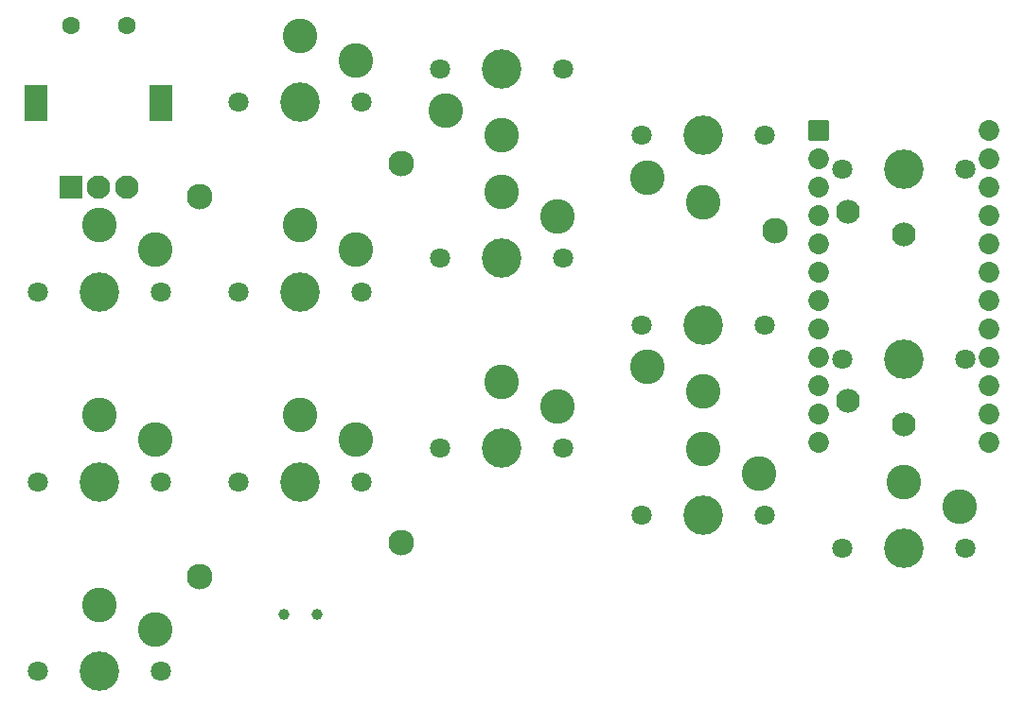
<source format=gbr>
%TF.GenerationSoftware,KiCad,Pcbnew,(7.0.0-0)*%
%TF.CreationDate,2023-06-08T17:12:38+08:00*%
%TF.ProjectId,left,6c656674-2e6b-4696-9361-645f70636258,v1.0.0*%
%TF.SameCoordinates,Original*%
%TF.FileFunction,Soldermask,Top*%
%TF.FilePolarity,Negative*%
%FSLAX46Y46*%
G04 Gerber Fmt 4.6, Leading zero omitted, Abs format (unit mm)*
G04 Created by KiCad (PCBNEW (7.0.0-0)) date 2023-06-08 17:12:38*
%MOMM*%
%LPD*%
G01*
G04 APERTURE LIST*
G04 Aperture macros list*
%AMRoundRect*
0 Rectangle with rounded corners*
0 $1 Rounding radius*
0 $2 $3 $4 $5 $6 $7 $8 $9 X,Y pos of 4 corners*
0 Add a 4 corners polygon primitive as box body*
4,1,4,$2,$3,$4,$5,$6,$7,$8,$9,$2,$3,0*
0 Add four circle primitives for the rounded corners*
1,1,$1+$1,$2,$3*
1,1,$1+$1,$4,$5*
1,1,$1+$1,$6,$7*
1,1,$1+$1,$8,$9*
0 Add four rect primitives between the rounded corners*
20,1,$1+$1,$2,$3,$4,$5,0*
20,1,$1+$1,$4,$5,$6,$7,0*
20,1,$1+$1,$6,$7,$8,$9,0*
20,1,$1+$1,$8,$9,$2,$3,0*%
G04 Aperture macros list end*
%ADD10C,3.529000*%
%ADD11C,1.801800*%
%ADD12C,2.132000*%
%ADD13RoundRect,0.050000X1.000000X-1.000000X1.000000X1.000000X-1.000000X1.000000X-1.000000X-1.000000X0*%
%ADD14C,2.100000*%
%ADD15C,1.600000*%
%ADD16RoundRect,0.050000X1.000000X-1.600000X1.000000X1.600000X-1.000000X1.600000X-1.000000X-1.600000X0*%
%ADD17C,1.000000*%
%ADD18RoundRect,0.050000X-0.876300X0.876300X-0.876300X-0.876300X0.876300X-0.876300X0.876300X0.876300X0*%
%ADD19C,1.852600*%
%ADD20C,2.300000*%
%ADD21C,3.100000*%
G04 APERTURE END LIST*
D10*
%TO.C,S1*%
X72000000Y45000000D03*
D11*
X77500000Y45000000D03*
X66500000Y45000000D03*
D12*
X67000000Y41200000D03*
X72000000Y39100000D03*
%TD*%
D10*
%TO.C,S2*%
X72000000Y28000000D03*
D11*
X77500000Y28000000D03*
X66500000Y28000000D03*
D12*
X67000000Y24200000D03*
X72000000Y22100000D03*
%TD*%
D13*
%TO.C,ROT1*%
X-2540000Y43380000D03*
D14*
X-40000Y43380000D03*
X2460000Y43380000D03*
D15*
X-2540000Y57880000D03*
X2460000Y57880000D03*
D16*
X-5640000Y50880000D03*
X5560000Y50880000D03*
%TD*%
D17*
%TO.C,SS1*%
X19500000Y5070000D03*
X16500000Y5070000D03*
%TD*%
D18*
%TO.C,MCU1*%
X64380000Y48470000D03*
D19*
X64380000Y45930000D03*
X64380000Y43390000D03*
X64380000Y40850000D03*
X64380000Y38310000D03*
X64380000Y35770000D03*
X64380000Y33230000D03*
X64380000Y30690000D03*
X64380000Y28150000D03*
X64380000Y25610000D03*
X64380000Y23070000D03*
X64380000Y20530000D03*
X79620000Y48470000D03*
X79620000Y45930000D03*
X79620000Y43390000D03*
X79620000Y40850000D03*
X79620000Y38310000D03*
X79620000Y35770000D03*
X79620000Y33230000D03*
X79620000Y30690000D03*
X79620000Y28150000D03*
X79620000Y25610000D03*
X79620000Y23070000D03*
X79620000Y20530000D03*
%TD*%
D20*
%TO.C,H1*%
X60500000Y39500000D03*
%TD*%
%TO.C,H2*%
X27000000Y45500000D03*
%TD*%
%TO.C,H3*%
X27000000Y11500000D03*
%TD*%
%TO.C,H4*%
X9000000Y42500000D03*
%TD*%
%TO.C,H5*%
X9000000Y8500000D03*
%TD*%
D10*
%TO.C,S3*%
X0Y34000000D03*
D11*
X-5500000Y34000000D03*
X5500000Y34000000D03*
D21*
X5000000Y37750000D03*
X0Y39950000D03*
%TD*%
D10*
%TO.C,S4*%
X0Y17000000D03*
D11*
X-5500000Y17000000D03*
X5500000Y17000000D03*
D21*
X5000000Y20750000D03*
X0Y22950000D03*
%TD*%
D10*
%TO.C,S5*%
X0Y0D03*
D11*
X-5500000Y0D03*
X5500000Y0D03*
D21*
X5000000Y3750000D03*
X0Y5950000D03*
%TD*%
D10*
%TO.C,S6*%
X18000000Y51000000D03*
D11*
X12500000Y51000000D03*
X23500000Y51000000D03*
D21*
X23000000Y54750000D03*
X18000000Y56950000D03*
%TD*%
D10*
%TO.C,S7*%
X18000000Y34000000D03*
D11*
X12500000Y34000000D03*
X23500000Y34000000D03*
D21*
X23000000Y37750000D03*
X18000000Y39950000D03*
%TD*%
D10*
%TO.C,S8*%
X18000000Y17000000D03*
D11*
X12500000Y17000000D03*
X23500000Y17000000D03*
D21*
X23000000Y20750000D03*
X18000000Y22950000D03*
%TD*%
D10*
%TO.C,S9*%
X36000000Y54000000D03*
D11*
X41500000Y54000000D03*
X30500000Y54000000D03*
D21*
X31000000Y50250000D03*
X36000000Y48050000D03*
%TD*%
D10*
%TO.C,S10*%
X36000000Y37000000D03*
D11*
X30500000Y37000000D03*
X41500000Y37000000D03*
D21*
X41000000Y40750000D03*
X36000000Y42950000D03*
%TD*%
D10*
%TO.C,S11*%
X36000000Y20000000D03*
D11*
X30500000Y20000000D03*
X41500000Y20000000D03*
D21*
X41000000Y23750000D03*
X36000000Y25950000D03*
%TD*%
D10*
%TO.C,S12*%
X54000000Y48000000D03*
D11*
X59500000Y48000000D03*
X48500000Y48000000D03*
D21*
X49000000Y44250000D03*
X54000000Y42050000D03*
%TD*%
D10*
%TO.C,S13*%
X54000000Y31000000D03*
D11*
X59500000Y31000000D03*
X48500000Y31000000D03*
D21*
X49000000Y27250000D03*
X54000000Y25050000D03*
%TD*%
D10*
%TO.C,S14*%
X54000000Y14000000D03*
D11*
X48500000Y14000000D03*
X59500000Y14000000D03*
D21*
X59000000Y17750000D03*
X54000000Y19950000D03*
%TD*%
D10*
%TO.C,S15*%
X72000000Y11000000D03*
D11*
X66500000Y11000000D03*
X77500000Y11000000D03*
D21*
X77000000Y14750000D03*
X72000000Y16950000D03*
%TD*%
M02*

</source>
